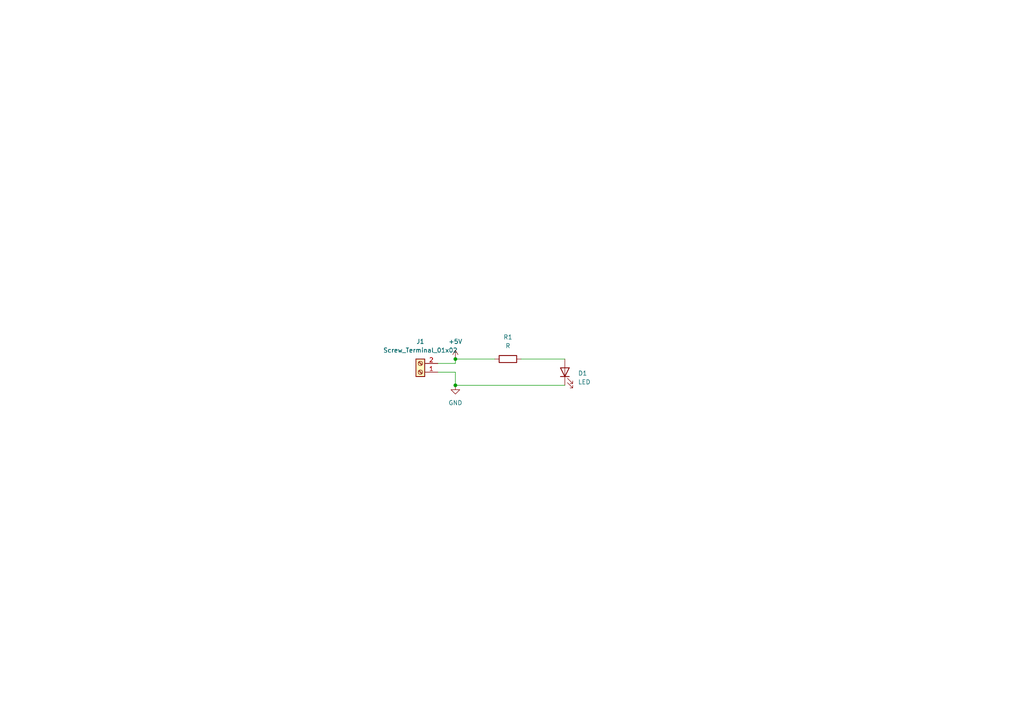
<source format=kicad_sch>
(kicad_sch (version 20231120) (generator "eeschema") (generator_version "8.0")
  (paper "A4")
  (lib_symbols
    (symbol "Connector:Screw_Terminal_01x02" (pin_names (offset 1.016) hide)
      (property "Reference" "J" (at 0 2.54 0))
      (property "Value" "Screw_Terminal_01x02" (at 0 -5.08 0))
      (symbol "Screw_Terminal_01x02_1_1"
        (rectangle (start -1.27 1.27) (end 1.27 -3.81) (stroke (width 0.254)) (fill (type background)))
        (circle (center 0 -2.54) (radius 0.635) (stroke (width 0.1524)))
        (polyline (pts (xy -0.5334 -2.2098) (xy 0.3302 -3.048)) (stroke (width 0.1524)))
        (polyline (pts (xy -0.5334 0.3302) (xy 0.3302 -0.508)) (stroke (width 0.1524)))
        (polyline (pts (xy -0.3556 -2.032) (xy 0.508 -2.8702)) (stroke (width 0.1524)))
        (polyline (pts (xy -0.3556 0.508) (xy 0.508 -0.3302)) (stroke (width 0.1524)))
        (circle (center 0 0) (radius 0.635) (stroke (width 0.1524)))
        (pin passive line (at -5.08 0 0) (length 3.81) (name "Pin_1") (number "1"))
        (pin passive line (at -5.08 -2.54 0) (length 3.81) (name "Pin_2") (number "2"))
      )
    )
    (symbol "Device:LED" (pin_numbers hide) (pin_names (offset 1.016) hide)
      (property "Reference" "D" (at 0 2.54 0))
      (property "Value" "LED" (at 0 -2.54 0))
      (symbol "LED_0_1"
        (polyline (pts (xy -1.27 -1.27) (xy -1.27 1.27)) (stroke (width 0.254)))
        (polyline (pts (xy -1.27 0) (xy 1.27 0)))
        (polyline (pts (xy 1.27 -1.27) (xy 1.27 1.27) (xy -1.27 0) (xy 1.27 -1.27)) (stroke (width 0.254)))
        (polyline (pts (xy -3.048 -0.762) (xy -4.572 -2.286) (xy -3.81 -2.286) (xy -4.572 -2.286) (xy -4.572 -1.524)))
        (polyline (pts (xy -1.778 -0.762) (xy -3.302 -2.286) (xy -2.54 -2.286) (xy -3.302 -2.286) (xy -3.302 -1.524)))
      )
      (symbol "LED_1_1"
        (pin passive line (at -3.81 0 0) (length 2.54) (name "K") (number "1"))
        (pin passive line (at 3.81 0 180) (length 2.54) (name "A") (number "2"))
      )
    )
    (symbol "Device:R" (pin_numbers hide) (pin_names (offset 0))
      (property "Reference" "R" (at 2.032 0 90))
      (property "Value" "R" (at 0 0 90))
      (symbol "R_0_1"
        (rectangle (start -1.016 -2.54) (end 1.016 2.54) (stroke (width 0.254)))
      )
      (symbol "R_1_1"
        (pin passive line (at 0 3.81 270) (length 1.27) (name "~") (number "1"))
        (pin passive line (at 0 -3.81 90) (length 1.27) (name "~") (number "2"))
      )
    )
    (symbol "power:+5V" (power) (pin_numbers hide) (pin_names (offset 0) hide)
      (property "Value" "+5V" (at 0 3.556 0))
      (symbol "+5V_0_1"
        (polyline (pts (xy -0.762 1.27) (xy 0 2.54)))
        (polyline (pts (xy 0 0) (xy 0 2.54)))
        (polyline (pts (xy 0 2.54) (xy 0.762 1.27)))
      )
      (symbol "+5V_1_1"
        (pin power_in line (at 0 0 90) (length 0) (name "~") (number "1"))
      )
    )
    (symbol "power:GND" (power) (pin_numbers hide) (pin_names (offset 0) hide)
      (property "Value" "GND" (at 0 -3.81 0))
      (symbol "GND_0_1"
        (polyline (pts (xy 0 0) (xy 0 -1.27) (xy 1.27 -1.27) (xy 0 -2.54) (xy -1.27 -1.27) (xy 0 -1.27)))
      )
      (symbol "GND_1_1"
        (pin power_in line (at 0 0 270) (length 0) (name "~") (number "1"))
      )
    )
  )
  (junction (at 132.08 111.76))
  (junction (at 132.08 104.14))
  (wire (pts (xy 127 107.95) (xy 132.08 107.95)))
  (wire (pts (xy 132.08 105.41) (xy 132.08 104.14)))
  (wire (pts (xy 132.08 111.76) (xy 163.83 111.76)))
  (wire (pts (xy 132.08 104.14) (xy 143.51 104.14)))
  (wire (pts (xy 127 105.41) (xy 132.08 105.41)))
  (wire (pts (xy 132.08 107.95) (xy 132.08 111.76)))
  (wire (pts (xy 151.13 104.14) (xy 163.83 104.14)))
  (symbol (lib_id "power:GND") (at 132.08 111.76 0) (unit 1)
    (property "Reference" "#PWR02" (effects (hide yes)))
    (property "Value" "GND" (at 132.08 116.84 0))
    (property "Description" "Power symbol creates a global label with name \"GND\" , ground" (effects (hide yes)))
  )
  (symbol (lib_id "Connector:Screw_Terminal_01x02") (at 121.92 107.95 180) (unit 1)
    (property "Reference" "J1" (at 121.92 99.06 0))
    (property "Value" "Screw_Terminal_01x02" (at 121.92 101.6 0))
    (property "Footprint" "TerminalBlock_Phoenix:TerminalBlock_Phoenix_MKDS-1,5-2-5.08_1x02_P5.08mm_Horizontal" (effects (hide yes)))
    (property "Description" "Generic screw terminal, single row, 01x02, script generated (kicad-library-utils/schlib/autogen/connector/)" (effects (hide yes)))
  )
  (symbol (lib_id "Device:LED") (at 163.83 107.95 90) (unit 1)
    (property "Reference" "D1" (at 167.64 108.2674 90) (effects (justify right)))
    (property "Value" "LED" (at 167.64 110.8074 90) (effects (justify right)))
    (property "Footprint" "LED_THT:LED_D3.0mm" (effects (hide yes)))
    (property "Description" "Light emitting diode" (effects (hide yes)))
  )
  (symbol (lib_id "power:+5V") (at 132.08 104.14 0) (unit 1)
    (property "Reference" "#PWR01" (effects (hide yes)))
    (property "Value" "+5V" (at 132.08 99.06 0))
    (property "Description" "Power symbol creates a global label with name \"+5V\"" (effects (hide yes)))
  )
  (symbol (lib_id "Device:R") (at 147.32 104.14 90) (unit 1)
    (property "Reference" "R1" (at 147.32 97.79 90))
    (property "Value" "R" (at 147.32 100.33 90))
    (property "Footprint" "Resistor_THT:R_Axial_DIN0204_L3.6mm_D1.6mm_P5.08mm_Horizontal" (effects (hide yes)))
    (property "Description" "Resistor" (effects (hide yes)))
  )
)
</source>
